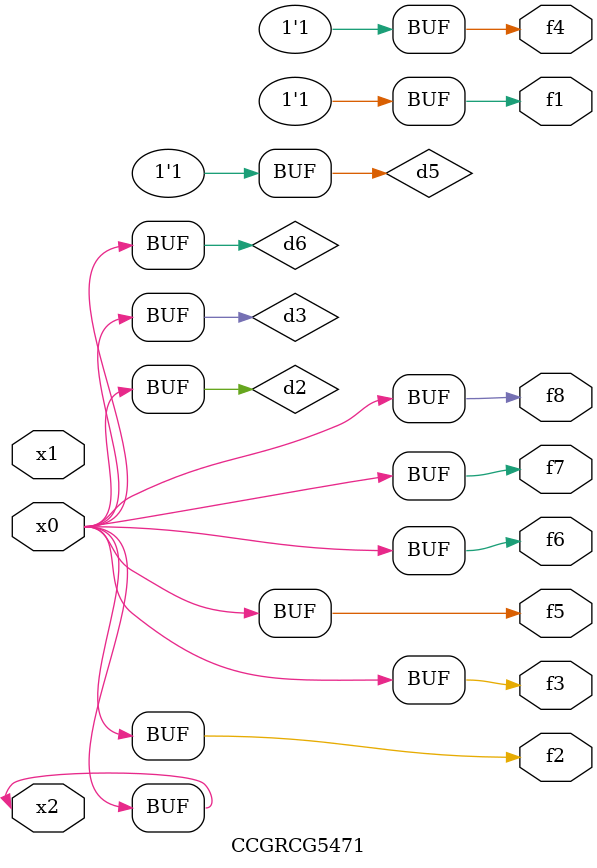
<source format=v>
module CCGRCG5471(
	input x0, x1, x2,
	output f1, f2, f3, f4, f5, f6, f7, f8
);

	wire d1, d2, d3, d4, d5, d6;

	xnor (d1, x2);
	buf (d2, x0, x2);
	and (d3, x0);
	xnor (d4, x1, x2);
	nand (d5, d1, d3);
	buf (d6, d2, d3);
	assign f1 = d5;
	assign f2 = d6;
	assign f3 = d6;
	assign f4 = d5;
	assign f5 = d6;
	assign f6 = d6;
	assign f7 = d6;
	assign f8 = d6;
endmodule

</source>
